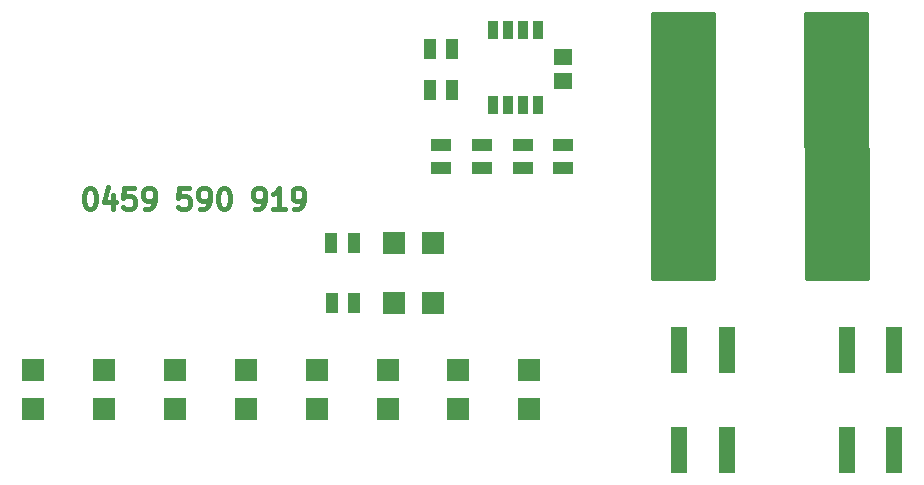
<source format=gbr>
G04 #@! TF.FileFunction,Soldermask,Top*
%FSLAX46Y46*%
G04 Gerber Fmt 4.6, Leading zero omitted, Abs format (unit mm)*
G04 Created by KiCad (PCBNEW 4.0.7) date 07/08/18 18:21:33*
%MOMM*%
%LPD*%
G01*
G04 APERTURE LIST*
%ADD10C,0.100000*%
%ADD11C,0.400000*%
%ADD12R,1.900000X1.900000*%
%ADD13R,1.650000X1.400000*%
%ADD14R,1.100000X1.700000*%
%ADD15R,1.700000X1.100000*%
%ADD16R,0.908000X1.543000*%
%ADD17R,1.400000X3.900000*%
%ADD18C,0.254000*%
G04 APERTURE END LIST*
D10*
D11*
X71701332Y-80968167D02*
X71867999Y-80968167D01*
X72034665Y-81051500D01*
X72117999Y-81134833D01*
X72201332Y-81301500D01*
X72284665Y-81634833D01*
X72284665Y-82051500D01*
X72201332Y-82384833D01*
X72117999Y-82551500D01*
X72034665Y-82634833D01*
X71867999Y-82718167D01*
X71701332Y-82718167D01*
X71534665Y-82634833D01*
X71451332Y-82551500D01*
X71367999Y-82384833D01*
X71284665Y-82051500D01*
X71284665Y-81634833D01*
X71367999Y-81301500D01*
X71451332Y-81134833D01*
X71534665Y-81051500D01*
X71701332Y-80968167D01*
X73784666Y-81551500D02*
X73784666Y-82718167D01*
X73367999Y-80884833D02*
X72951332Y-82134833D01*
X74034666Y-82134833D01*
X75534666Y-80968167D02*
X74701333Y-80968167D01*
X74617999Y-81801500D01*
X74701333Y-81718167D01*
X74867999Y-81634833D01*
X75284666Y-81634833D01*
X75451333Y-81718167D01*
X75534666Y-81801500D01*
X75617999Y-81968167D01*
X75617999Y-82384833D01*
X75534666Y-82551500D01*
X75451333Y-82634833D01*
X75284666Y-82718167D01*
X74867999Y-82718167D01*
X74701333Y-82634833D01*
X74617999Y-82551500D01*
X76451333Y-82718167D02*
X76784666Y-82718167D01*
X76951333Y-82634833D01*
X77034666Y-82551500D01*
X77201333Y-82301500D01*
X77284666Y-81968167D01*
X77284666Y-81301500D01*
X77201333Y-81134833D01*
X77118000Y-81051500D01*
X76951333Y-80968167D01*
X76618000Y-80968167D01*
X76451333Y-81051500D01*
X76368000Y-81134833D01*
X76284666Y-81301500D01*
X76284666Y-81718167D01*
X76368000Y-81884833D01*
X76451333Y-81968167D01*
X76618000Y-82051500D01*
X76951333Y-82051500D01*
X77118000Y-81968167D01*
X77201333Y-81884833D01*
X77284666Y-81718167D01*
X80201333Y-80968167D02*
X79368000Y-80968167D01*
X79284666Y-81801500D01*
X79368000Y-81718167D01*
X79534666Y-81634833D01*
X79951333Y-81634833D01*
X80118000Y-81718167D01*
X80201333Y-81801500D01*
X80284666Y-81968167D01*
X80284666Y-82384833D01*
X80201333Y-82551500D01*
X80118000Y-82634833D01*
X79951333Y-82718167D01*
X79534666Y-82718167D01*
X79368000Y-82634833D01*
X79284666Y-82551500D01*
X81118000Y-82718167D02*
X81451333Y-82718167D01*
X81618000Y-82634833D01*
X81701333Y-82551500D01*
X81868000Y-82301500D01*
X81951333Y-81968167D01*
X81951333Y-81301500D01*
X81868000Y-81134833D01*
X81784667Y-81051500D01*
X81618000Y-80968167D01*
X81284667Y-80968167D01*
X81118000Y-81051500D01*
X81034667Y-81134833D01*
X80951333Y-81301500D01*
X80951333Y-81718167D01*
X81034667Y-81884833D01*
X81118000Y-81968167D01*
X81284667Y-82051500D01*
X81618000Y-82051500D01*
X81784667Y-81968167D01*
X81868000Y-81884833D01*
X81951333Y-81718167D01*
X83034667Y-80968167D02*
X83201334Y-80968167D01*
X83368000Y-81051500D01*
X83451334Y-81134833D01*
X83534667Y-81301500D01*
X83618000Y-81634833D01*
X83618000Y-82051500D01*
X83534667Y-82384833D01*
X83451334Y-82551500D01*
X83368000Y-82634833D01*
X83201334Y-82718167D01*
X83034667Y-82718167D01*
X82868000Y-82634833D01*
X82784667Y-82551500D01*
X82701334Y-82384833D01*
X82618000Y-82051500D01*
X82618000Y-81634833D01*
X82701334Y-81301500D01*
X82784667Y-81134833D01*
X82868000Y-81051500D01*
X83034667Y-80968167D01*
X85784667Y-82718167D02*
X86118000Y-82718167D01*
X86284667Y-82634833D01*
X86368000Y-82551500D01*
X86534667Y-82301500D01*
X86618000Y-81968167D01*
X86618000Y-81301500D01*
X86534667Y-81134833D01*
X86451334Y-81051500D01*
X86284667Y-80968167D01*
X85951334Y-80968167D01*
X85784667Y-81051500D01*
X85701334Y-81134833D01*
X85618000Y-81301500D01*
X85618000Y-81718167D01*
X85701334Y-81884833D01*
X85784667Y-81968167D01*
X85951334Y-82051500D01*
X86284667Y-82051500D01*
X86451334Y-81968167D01*
X86534667Y-81884833D01*
X86618000Y-81718167D01*
X88284667Y-82718167D02*
X87284667Y-82718167D01*
X87784667Y-82718167D02*
X87784667Y-80968167D01*
X87618001Y-81218167D01*
X87451334Y-81384833D01*
X87284667Y-81468167D01*
X89118001Y-82718167D02*
X89451334Y-82718167D01*
X89618001Y-82634833D01*
X89701334Y-82551500D01*
X89868001Y-82301500D01*
X89951334Y-81968167D01*
X89951334Y-81301500D01*
X89868001Y-81134833D01*
X89784668Y-81051500D01*
X89618001Y-80968167D01*
X89284668Y-80968167D01*
X89118001Y-81051500D01*
X89034668Y-81134833D01*
X88951334Y-81301500D01*
X88951334Y-81718167D01*
X89034668Y-81884833D01*
X89118001Y-81968167D01*
X89284668Y-82051500D01*
X89618001Y-82051500D01*
X89784668Y-81968167D01*
X89868001Y-81884833D01*
X89951334Y-81718167D01*
D12*
X97562400Y-90678000D03*
X100862400Y-90678000D03*
D13*
X111887000Y-69882000D03*
X111887000Y-71882000D03*
D14*
X100589000Y-72644000D03*
X102489000Y-72644000D03*
X100589000Y-69215000D03*
X102489000Y-69215000D03*
D15*
X105029000Y-79248000D03*
X105029000Y-77348000D03*
X108458000Y-79248000D03*
X108458000Y-77348000D03*
X101552500Y-79243000D03*
X101552500Y-77343000D03*
X111823500Y-79243000D03*
X111823500Y-77343000D03*
D16*
X109728000Y-73914000D03*
X108458000Y-73914000D03*
X107188000Y-73914000D03*
X105918000Y-73914000D03*
X105918000Y-67564000D03*
X107188000Y-67564000D03*
X108458000Y-67564000D03*
X109728000Y-67564000D03*
D12*
X97000000Y-99650000D03*
X97000000Y-96350000D03*
X109000000Y-96350000D03*
X109000000Y-99650000D03*
X103000000Y-99650000D03*
X103000000Y-96350000D03*
X91000000Y-96350000D03*
X91000000Y-99650000D03*
X85000000Y-96350000D03*
X85000000Y-99650000D03*
X79000000Y-99650000D03*
X79000000Y-96350000D03*
X73000000Y-96350000D03*
X73000000Y-99650000D03*
X67000000Y-99650000D03*
X67000000Y-96350000D03*
D14*
X92232400Y-85598000D03*
X94132400Y-85598000D03*
X94168000Y-90678000D03*
X92268000Y-90678000D03*
D12*
X97538000Y-85598000D03*
X100838000Y-85598000D03*
D17*
X121698000Y-103167000D03*
X125698000Y-103167000D03*
X121698000Y-94667000D03*
X125698000Y-94667000D03*
X135906000Y-103167000D03*
X139906000Y-103167000D03*
X135906000Y-94667000D03*
X139906000Y-94667000D03*
D18*
G36*
X124623000Y-88623000D02*
X119377000Y-88623000D01*
X119377000Y-66127000D01*
X124623000Y-66127000D01*
X124623000Y-88623000D01*
X124623000Y-88623000D01*
G37*
X124623000Y-88623000D02*
X119377000Y-88623000D01*
X119377000Y-66127000D01*
X124623000Y-66127000D01*
X124623000Y-88623000D01*
G36*
X137667749Y-88646000D02*
X132421750Y-88646000D01*
X132377251Y-66127000D01*
X137623250Y-66127000D01*
X137667749Y-88646000D01*
X137667749Y-88646000D01*
G37*
X137667749Y-88646000D02*
X132421750Y-88646000D01*
X132377251Y-66127000D01*
X137623250Y-66127000D01*
X137667749Y-88646000D01*
M02*

</source>
